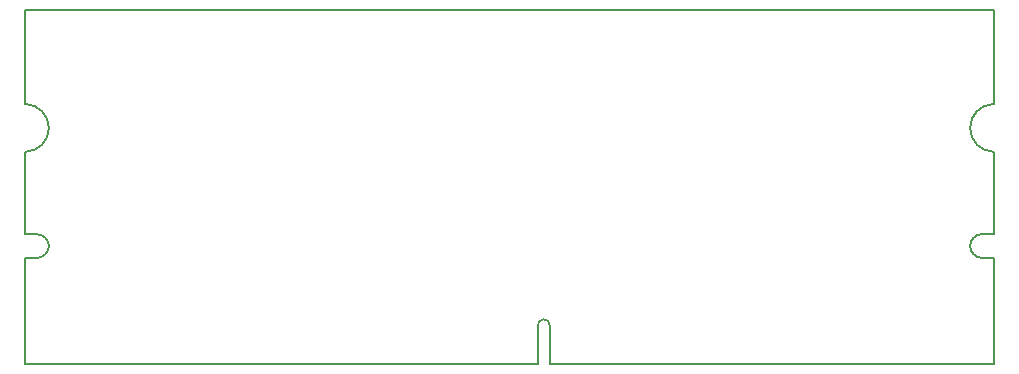
<source format=gbr>
G04 Layer_Color=8388736*
%FSLAX24Y24*%
%MOIN*%
%TF.FileFunction,Other,Outline*%
%TF.Part,Single*%
G01*
G75*
%TA.AperFunction,NonConductor*%
%ADD152C,0.0065*%
%ADD153C,0.0065*%
D152*
X394Y3543D02*
G03*
X663Y3655I0J380D01*
G01*
X676Y3668D02*
G03*
X787Y3937I-269J269D01*
G01*
D02*
G03*
X676Y4206I-380J0D01*
G01*
X669Y4213D02*
G03*
X384Y4331I-285J-285D01*
G01*
X32283Y4331D02*
G03*
X32283Y4331I0J0D01*
G01*
X31890D02*
G03*
X31496Y3937I0J-394D01*
G01*
Y3937D02*
G03*
X31890Y3543I394J0D01*
G01*
X17480Y1299D02*
G03*
X17283Y1496I-197J0D01*
G01*
X17283D02*
G03*
X17087Y1299I0J-197D01*
G01*
X31496Y7874D02*
G03*
X32283Y7078I792J-4D01*
G01*
Y8670D02*
G03*
X31496Y7874I4J-792D01*
G01*
X0Y7078D02*
G03*
X787Y7874I-4J792D01*
G01*
D02*
G03*
X0Y8670I-792J4D01*
G01*
Y0D02*
Y3543D01*
X394D01*
X13Y4331D02*
X384D01*
X0D02*
Y7078D01*
Y8670D02*
Y11811D01*
X32283D01*
X32283Y11811D02*
X32283Y11811D01*
X32283Y8670D02*
Y11811D01*
X32283Y4331D02*
Y7078D01*
X32283Y4331D02*
Y4331D01*
X31890Y4331D02*
X32283D01*
X31890Y3543D02*
X32283D01*
X32283Y0D02*
Y3543D01*
X17480Y0D02*
X32283D01*
X17480D02*
Y1299D01*
X17087Y0D02*
Y1299D01*
X0Y0D02*
X17087D01*
D153*
X32283Y11811D02*
D03*
Y7078D02*
D03*
Y4331D02*
D03*
X31890Y3543D02*
D03*
X32283Y3543D02*
D03*
%TF.MD5,de497b596f42245e749eba77a722c0a5*%
M02*

</source>
